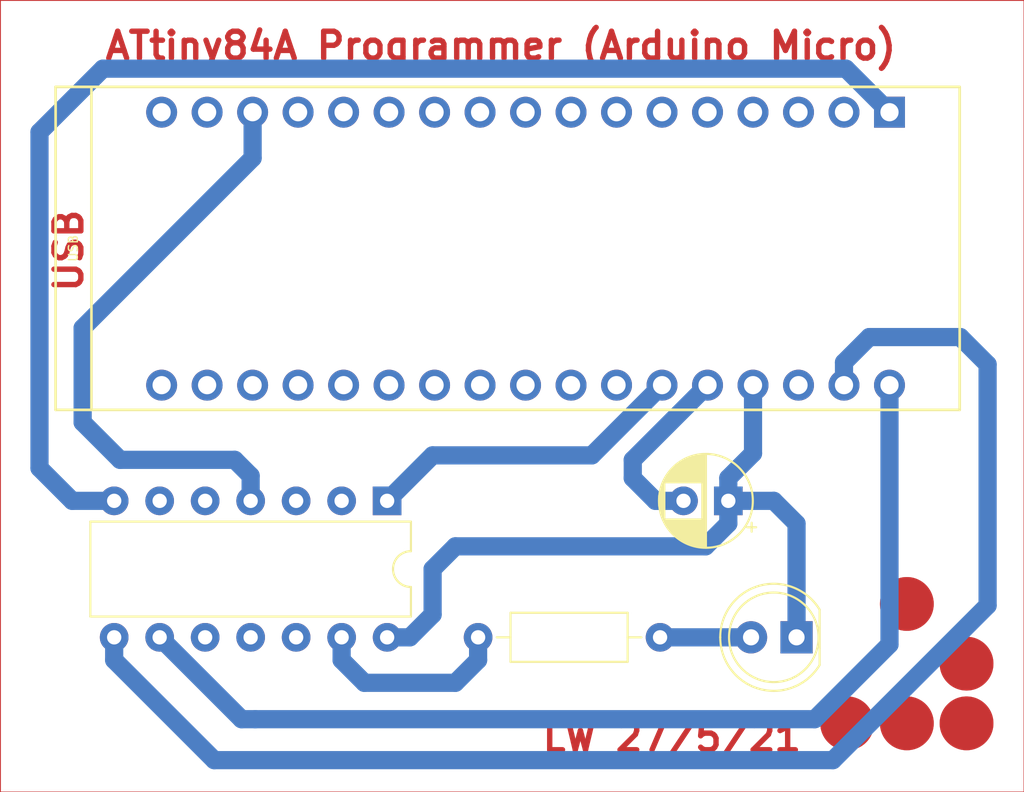
<source format=kicad_pcb>
(kicad_pcb (version 20171130) (host pcbnew "(5.1.9-0-10_14)")

  (general
    (thickness 1.6)
    (drawings 7)
    (tracks 53)
    (zones 0)
    (modules 6)
    (nets 42)
  )

  (page A4)
  (layers
    (0 F.Cu signal)
    (31 B.Cu signal)
    (32 B.Adhes user)
    (33 F.Adhes user)
    (34 B.Paste user)
    (35 F.Paste user)
    (36 B.SilkS user)
    (37 F.SilkS user)
    (38 B.Mask user)
    (39 F.Mask user)
    (40 Dwgs.User user)
    (41 Cmts.User user)
    (42 Eco1.User user)
    (43 Eco2.User user)
    (44 Edge.Cuts user)
    (45 Margin user)
    (46 B.CrtYd user)
    (47 F.CrtYd user)
    (48 B.Fab user)
    (49 F.Fab user)
  )

  (setup
    (last_trace_width 1.016)
    (user_trace_width 0.2032)
    (user_trace_width 0.254)
    (user_trace_width 0.3048)
    (user_trace_width 0.4572)
    (user_trace_width 0.6096)
    (user_trace_width 0.762)
    (user_trace_width 1.016)
    (trace_clearance 0.2)
    (zone_clearance 0.508)
    (zone_45_only no)
    (trace_min 0.2)
    (via_size 0.8)
    (via_drill 0.4)
    (via_min_size 0.4)
    (via_min_drill 0.3)
    (uvia_size 0.3)
    (uvia_drill 0.1)
    (uvias_allowed no)
    (uvia_min_size 0.2)
    (uvia_min_drill 0.1)
    (edge_width 0.05)
    (segment_width 0.2)
    (pcb_text_width 0.3)
    (pcb_text_size 1.5 1.5)
    (mod_edge_width 0.12)
    (mod_text_size 1 1)
    (mod_text_width 0.15)
    (pad_size 1.524 1.524)
    (pad_drill 0.762)
    (pad_to_mask_clearance 0)
    (aux_axis_origin 0 0)
    (visible_elements FFFFFF7F)
    (pcbplotparams
      (layerselection 0x00000_fffffffe)
      (usegerberextensions false)
      (usegerberattributes false)
      (usegerberadvancedattributes true)
      (creategerberjobfile false)
      (excludeedgelayer true)
      (linewidth 0.100000)
      (plotframeref false)
      (viasonmask false)
      (mode 1)
      (useauxorigin false)
      (hpglpennumber 1)
      (hpglpenspeed 20)
      (hpglpendiameter 15.000000)
      (psnegative false)
      (psa4output false)
      (plotreference true)
      (plotvalue true)
      (plotinvisibletext false)
      (padsonsilk false)
      (subtractmaskfromsilk false)
      (outputformat 1)
      (mirror false)
      (drillshape 0)
      (scaleselection 1)
      (outputdirectory "./"))
  )

  (net 0 "")
  (net 1 "Net-(XA1-PadRST2)")
  (net 2 "Net-(XA1-PadA0)")
  (net 3 "Net-(XA1-PadVIN)")
  (net 4 "Net-(XA1-PadGND2)")
  (net 5 "Net-(XA1-Pad3V3)")
  (net 6 "Net-(XA1-PadSS)")
  (net 7 "Net-(XA1-PadD0)")
  (net 8 "Net-(XA1-PadD1)")
  (net 9 "Net-(XA1-PadD2)")
  (net 10 "Net-(XA1-PadD3)")
  (net 11 "Net-(XA1-PadD4)")
  (net 12 "Net-(XA1-PadD5)")
  (net 13 "Net-(XA1-PadD6)")
  (net 14 "Net-(XA1-PadD7)")
  (net 15 "Net-(XA1-PadD8)")
  (net 16 "Net-(XA1-PadD9)")
  (net 17 "Net-(XA1-PadAREF)")
  (net 18 "Net-(XA1-PadD13)")
  (net 19 "Net-(XA1-PadD12)")
  (net 20 "Net-(XA1-PadD11)")
  (net 21 "Net-(XA1-PadA1)")
  (net 22 "Net-(XA1-PadA2)")
  (net 23 "Net-(XA1-PadA3)")
  (net 24 "Net-(XA1-PadA4)")
  (net 25 "Net-(XA1-PadA5)")
  (net 26 GND)
  (net 27 "Net-(C1-Pad2)")
  (net 28 "Net-(D1-Pad2)")
  (net 29 "Net-(R1-Pad1)")
  (net 30 +5V)
  (net 31 "Net-(U1-Pad8)")
  (net 32 "Net-(U1-Pad2)")
  (net 33 "Net-(U1-Pad9)")
  (net 34 "Net-(U1-Pad3)")
  (net 35 "Net-(U1-Pad10)")
  (net 36 "Net-(U1-Pad4)")
  (net 37 "Net-(U1-Pad11)")
  (net 38 "Net-(U1-Pad5)")
  (net 39 "Net-(U1-Pad12)")
  (net 40 "Net-(U1-Pad6)")
  (net 41 "Net-(U1-Pad7)")

  (net_class Default "This is the default net class."
    (clearance 0.2)
    (trace_width 0.25)
    (via_dia 0.8)
    (via_drill 0.4)
    (uvia_dia 0.3)
    (uvia_drill 0.1)
    (add_net +5V)
    (add_net GND)
    (add_net "Net-(C1-Pad2)")
    (add_net "Net-(D1-Pad2)")
    (add_net "Net-(R1-Pad1)")
    (add_net "Net-(U1-Pad10)")
    (add_net "Net-(U1-Pad11)")
    (add_net "Net-(U1-Pad12)")
    (add_net "Net-(U1-Pad2)")
    (add_net "Net-(U1-Pad3)")
    (add_net "Net-(U1-Pad4)")
    (add_net "Net-(U1-Pad5)")
    (add_net "Net-(U1-Pad6)")
    (add_net "Net-(U1-Pad7)")
    (add_net "Net-(U1-Pad8)")
    (add_net "Net-(U1-Pad9)")
    (add_net "Net-(XA1-Pad3V3)")
    (add_net "Net-(XA1-PadA0)")
    (add_net "Net-(XA1-PadA1)")
    (add_net "Net-(XA1-PadA2)")
    (add_net "Net-(XA1-PadA3)")
    (add_net "Net-(XA1-PadA4)")
    (add_net "Net-(XA1-PadA5)")
    (add_net "Net-(XA1-PadAREF)")
    (add_net "Net-(XA1-PadD0)")
    (add_net "Net-(XA1-PadD1)")
    (add_net "Net-(XA1-PadD11)")
    (add_net "Net-(XA1-PadD12)")
    (add_net "Net-(XA1-PadD13)")
    (add_net "Net-(XA1-PadD2)")
    (add_net "Net-(XA1-PadD3)")
    (add_net "Net-(XA1-PadD4)")
    (add_net "Net-(XA1-PadD5)")
    (add_net "Net-(XA1-PadD6)")
    (add_net "Net-(XA1-PadD7)")
    (add_net "Net-(XA1-PadD8)")
    (add_net "Net-(XA1-PadD9)")
    (add_net "Net-(XA1-PadGND2)")
    (add_net "Net-(XA1-PadRST2)")
    (add_net "Net-(XA1-PadSS)")
    (add_net "Net-(XA1-PadVIN)")
  )

  (module Capacitor_THT:CP_Radial_D5.0mm_P2.50mm (layer F.Cu) (tedit 5AE50EF0) (tstamp 60AF7C26)
    (at 124.46 99.06 180)
    (descr "CP, Radial series, Radial, pin pitch=2.50mm, , diameter=5mm, Electrolytic Capacitor")
    (tags "CP Radial series Radial pin pitch 2.50mm  diameter 5mm Electrolytic Capacitor")
    (path /60AF93AE)
    (fp_text reference C1 (at 0.75 -3.25) (layer F.SilkS) hide
      (effects (font (size 1 1) (thickness 0.15)))
    )
    (fp_text value 10uF (at 5.08 0) (layer F.Fab)
      (effects (font (size 1 1) (thickness 0.15)))
    )
    (fp_text user %R (at 1.27 1.27) (layer F.Fab)
      (effects (font (size 0.8 0.8) (thickness 0.12)))
    )
    (fp_circle (center 1.25 0) (end 3.75 0) (layer F.Fab) (width 0.1))
    (fp_circle (center 1.25 0) (end 3.87 0) (layer F.SilkS) (width 0.12))
    (fp_circle (center 1.25 0) (end 4 0) (layer F.CrtYd) (width 0.05))
    (fp_line (start -0.883605 -1.0875) (end -0.383605 -1.0875) (layer F.Fab) (width 0.1))
    (fp_line (start -0.633605 -1.3375) (end -0.633605 -0.8375) (layer F.Fab) (width 0.1))
    (fp_line (start 1.25 -2.58) (end 1.25 2.58) (layer F.SilkS) (width 0.12))
    (fp_line (start 1.29 -2.58) (end 1.29 2.58) (layer F.SilkS) (width 0.12))
    (fp_line (start 1.33 -2.579) (end 1.33 2.579) (layer F.SilkS) (width 0.12))
    (fp_line (start 1.37 -2.578) (end 1.37 2.578) (layer F.SilkS) (width 0.12))
    (fp_line (start 1.41 -2.576) (end 1.41 2.576) (layer F.SilkS) (width 0.12))
    (fp_line (start 1.45 -2.573) (end 1.45 2.573) (layer F.SilkS) (width 0.12))
    (fp_line (start 1.49 -2.569) (end 1.49 -1.04) (layer F.SilkS) (width 0.12))
    (fp_line (start 1.49 1.04) (end 1.49 2.569) (layer F.SilkS) (width 0.12))
    (fp_line (start 1.53 -2.565) (end 1.53 -1.04) (layer F.SilkS) (width 0.12))
    (fp_line (start 1.53 1.04) (end 1.53 2.565) (layer F.SilkS) (width 0.12))
    (fp_line (start 1.57 -2.561) (end 1.57 -1.04) (layer F.SilkS) (width 0.12))
    (fp_line (start 1.57 1.04) (end 1.57 2.561) (layer F.SilkS) (width 0.12))
    (fp_line (start 1.61 -2.556) (end 1.61 -1.04) (layer F.SilkS) (width 0.12))
    (fp_line (start 1.61 1.04) (end 1.61 2.556) (layer F.SilkS) (width 0.12))
    (fp_line (start 1.65 -2.55) (end 1.65 -1.04) (layer F.SilkS) (width 0.12))
    (fp_line (start 1.65 1.04) (end 1.65 2.55) (layer F.SilkS) (width 0.12))
    (fp_line (start 1.69 -2.543) (end 1.69 -1.04) (layer F.SilkS) (width 0.12))
    (fp_line (start 1.69 1.04) (end 1.69 2.543) (layer F.SilkS) (width 0.12))
    (fp_line (start 1.73 -2.536) (end 1.73 -1.04) (layer F.SilkS) (width 0.12))
    (fp_line (start 1.73 1.04) (end 1.73 2.536) (layer F.SilkS) (width 0.12))
    (fp_line (start 1.77 -2.528) (end 1.77 -1.04) (layer F.SilkS) (width 0.12))
    (fp_line (start 1.77 1.04) (end 1.77 2.528) (layer F.SilkS) (width 0.12))
    (fp_line (start 1.81 -2.52) (end 1.81 -1.04) (layer F.SilkS) (width 0.12))
    (fp_line (start 1.81 1.04) (end 1.81 2.52) (layer F.SilkS) (width 0.12))
    (fp_line (start 1.85 -2.511) (end 1.85 -1.04) (layer F.SilkS) (width 0.12))
    (fp_line (start 1.85 1.04) (end 1.85 2.511) (layer F.SilkS) (width 0.12))
    (fp_line (start 1.89 -2.501) (end 1.89 -1.04) (layer F.SilkS) (width 0.12))
    (fp_line (start 1.89 1.04) (end 1.89 2.501) (layer F.SilkS) (width 0.12))
    (fp_line (start 1.93 -2.491) (end 1.93 -1.04) (layer F.SilkS) (width 0.12))
    (fp_line (start 1.93 1.04) (end 1.93 2.491) (layer F.SilkS) (width 0.12))
    (fp_line (start 1.971 -2.48) (end 1.971 -1.04) (layer F.SilkS) (width 0.12))
    (fp_line (start 1.971 1.04) (end 1.971 2.48) (layer F.SilkS) (width 0.12))
    (fp_line (start 2.011 -2.468) (end 2.011 -1.04) (layer F.SilkS) (width 0.12))
    (fp_line (start 2.011 1.04) (end 2.011 2.468) (layer F.SilkS) (width 0.12))
    (fp_line (start 2.051 -2.455) (end 2.051 -1.04) (layer F.SilkS) (width 0.12))
    (fp_line (start 2.051 1.04) (end 2.051 2.455) (layer F.SilkS) (width 0.12))
    (fp_line (start 2.091 -2.442) (end 2.091 -1.04) (layer F.SilkS) (width 0.12))
    (fp_line (start 2.091 1.04) (end 2.091 2.442) (layer F.SilkS) (width 0.12))
    (fp_line (start 2.131 -2.428) (end 2.131 -1.04) (layer F.SilkS) (width 0.12))
    (fp_line (start 2.131 1.04) (end 2.131 2.428) (layer F.SilkS) (width 0.12))
    (fp_line (start 2.171 -2.414) (end 2.171 -1.04) (layer F.SilkS) (width 0.12))
    (fp_line (start 2.171 1.04) (end 2.171 2.414) (layer F.SilkS) (width 0.12))
    (fp_line (start 2.211 -2.398) (end 2.211 -1.04) (layer F.SilkS) (width 0.12))
    (fp_line (start 2.211 1.04) (end 2.211 2.398) (layer F.SilkS) (width 0.12))
    (fp_line (start 2.251 -2.382) (end 2.251 -1.04) (layer F.SilkS) (width 0.12))
    (fp_line (start 2.251 1.04) (end 2.251 2.382) (layer F.SilkS) (width 0.12))
    (fp_line (start 2.291 -2.365) (end 2.291 -1.04) (layer F.SilkS) (width 0.12))
    (fp_line (start 2.291 1.04) (end 2.291 2.365) (layer F.SilkS) (width 0.12))
    (fp_line (start 2.331 -2.348) (end 2.331 -1.04) (layer F.SilkS) (width 0.12))
    (fp_line (start 2.331 1.04) (end 2.331 2.348) (layer F.SilkS) (width 0.12))
    (fp_line (start 2.371 -2.329) (end 2.371 -1.04) (layer F.SilkS) (width 0.12))
    (fp_line (start 2.371 1.04) (end 2.371 2.329) (layer F.SilkS) (width 0.12))
    (fp_line (start 2.411 -2.31) (end 2.411 -1.04) (layer F.SilkS) (width 0.12))
    (fp_line (start 2.411 1.04) (end 2.411 2.31) (layer F.SilkS) (width 0.12))
    (fp_line (start 2.451 -2.29) (end 2.451 -1.04) (layer F.SilkS) (width 0.12))
    (fp_line (start 2.451 1.04) (end 2.451 2.29) (layer F.SilkS) (width 0.12))
    (fp_line (start 2.491 -2.268) (end 2.491 -1.04) (layer F.SilkS) (width 0.12))
    (fp_line (start 2.491 1.04) (end 2.491 2.268) (layer F.SilkS) (width 0.12))
    (fp_line (start 2.531 -2.247) (end 2.531 -1.04) (layer F.SilkS) (width 0.12))
    (fp_line (start 2.531 1.04) (end 2.531 2.247) (layer F.SilkS) (width 0.12))
    (fp_line (start 2.571 -2.224) (end 2.571 -1.04) (layer F.SilkS) (width 0.12))
    (fp_line (start 2.571 1.04) (end 2.571 2.224) (layer F.SilkS) (width 0.12))
    (fp_line (start 2.611 -2.2) (end 2.611 -1.04) (layer F.SilkS) (width 0.12))
    (fp_line (start 2.611 1.04) (end 2.611 2.2) (layer F.SilkS) (width 0.12))
    (fp_line (start 2.651 -2.175) (end 2.651 -1.04) (layer F.SilkS) (width 0.12))
    (fp_line (start 2.651 1.04) (end 2.651 2.175) (layer F.SilkS) (width 0.12))
    (fp_line (start 2.691 -2.149) (end 2.691 -1.04) (layer F.SilkS) (width 0.12))
    (fp_line (start 2.691 1.04) (end 2.691 2.149) (layer F.SilkS) (width 0.12))
    (fp_line (start 2.731 -2.122) (end 2.731 -1.04) (layer F.SilkS) (width 0.12))
    (fp_line (start 2.731 1.04) (end 2.731 2.122) (layer F.SilkS) (width 0.12))
    (fp_line (start 2.771 -2.095) (end 2.771 -1.04) (layer F.SilkS) (width 0.12))
    (fp_line (start 2.771 1.04) (end 2.771 2.095) (layer F.SilkS) (width 0.12))
    (fp_line (start 2.811 -2.065) (end 2.811 -1.04) (layer F.SilkS) (width 0.12))
    (fp_line (start 2.811 1.04) (end 2.811 2.065) (layer F.SilkS) (width 0.12))
    (fp_line (start 2.851 -2.035) (end 2.851 -1.04) (layer F.SilkS) (width 0.12))
    (fp_line (start 2.851 1.04) (end 2.851 2.035) (layer F.SilkS) (width 0.12))
    (fp_line (start 2.891 -2.004) (end 2.891 -1.04) (layer F.SilkS) (width 0.12))
    (fp_line (start 2.891 1.04) (end 2.891 2.004) (layer F.SilkS) (width 0.12))
    (fp_line (start 2.931 -1.971) (end 2.931 -1.04) (layer F.SilkS) (width 0.12))
    (fp_line (start 2.931 1.04) (end 2.931 1.971) (layer F.SilkS) (width 0.12))
    (fp_line (start 2.971 -1.937) (end 2.971 -1.04) (layer F.SilkS) (width 0.12))
    (fp_line (start 2.971 1.04) (end 2.971 1.937) (layer F.SilkS) (width 0.12))
    (fp_line (start 3.011 -1.901) (end 3.011 -1.04) (layer F.SilkS) (width 0.12))
    (fp_line (start 3.011 1.04) (end 3.011 1.901) (layer F.SilkS) (width 0.12))
    (fp_line (start 3.051 -1.864) (end 3.051 -1.04) (layer F.SilkS) (width 0.12))
    (fp_line (start 3.051 1.04) (end 3.051 1.864) (layer F.SilkS) (width 0.12))
    (fp_line (start 3.091 -1.826) (end 3.091 -1.04) (layer F.SilkS) (width 0.12))
    (fp_line (start 3.091 1.04) (end 3.091 1.826) (layer F.SilkS) (width 0.12))
    (fp_line (start 3.131 -1.785) (end 3.131 -1.04) (layer F.SilkS) (width 0.12))
    (fp_line (start 3.131 1.04) (end 3.131 1.785) (layer F.SilkS) (width 0.12))
    (fp_line (start 3.171 -1.743) (end 3.171 -1.04) (layer F.SilkS) (width 0.12))
    (fp_line (start 3.171 1.04) (end 3.171 1.743) (layer F.SilkS) (width 0.12))
    (fp_line (start 3.211 -1.699) (end 3.211 -1.04) (layer F.SilkS) (width 0.12))
    (fp_line (start 3.211 1.04) (end 3.211 1.699) (layer F.SilkS) (width 0.12))
    (fp_line (start 3.251 -1.653) (end 3.251 -1.04) (layer F.SilkS) (width 0.12))
    (fp_line (start 3.251 1.04) (end 3.251 1.653) (layer F.SilkS) (width 0.12))
    (fp_line (start 3.291 -1.605) (end 3.291 -1.04) (layer F.SilkS) (width 0.12))
    (fp_line (start 3.291 1.04) (end 3.291 1.605) (layer F.SilkS) (width 0.12))
    (fp_line (start 3.331 -1.554) (end 3.331 -1.04) (layer F.SilkS) (width 0.12))
    (fp_line (start 3.331 1.04) (end 3.331 1.554) (layer F.SilkS) (width 0.12))
    (fp_line (start 3.371 -1.5) (end 3.371 -1.04) (layer F.SilkS) (width 0.12))
    (fp_line (start 3.371 1.04) (end 3.371 1.5) (layer F.SilkS) (width 0.12))
    (fp_line (start 3.411 -1.443) (end 3.411 -1.04) (layer F.SilkS) (width 0.12))
    (fp_line (start 3.411 1.04) (end 3.411 1.443) (layer F.SilkS) (width 0.12))
    (fp_line (start 3.451 -1.383) (end 3.451 -1.04) (layer F.SilkS) (width 0.12))
    (fp_line (start 3.451 1.04) (end 3.451 1.383) (layer F.SilkS) (width 0.12))
    (fp_line (start 3.491 -1.319) (end 3.491 -1.04) (layer F.SilkS) (width 0.12))
    (fp_line (start 3.491 1.04) (end 3.491 1.319) (layer F.SilkS) (width 0.12))
    (fp_line (start 3.531 -1.251) (end 3.531 -1.04) (layer F.SilkS) (width 0.12))
    (fp_line (start 3.531 1.04) (end 3.531 1.251) (layer F.SilkS) (width 0.12))
    (fp_line (start 3.571 -1.178) (end 3.571 1.178) (layer F.SilkS) (width 0.12))
    (fp_line (start 3.611 -1.098) (end 3.611 1.098) (layer F.SilkS) (width 0.12))
    (fp_line (start 3.651 -1.011) (end 3.651 1.011) (layer F.SilkS) (width 0.12))
    (fp_line (start 3.691 -0.915) (end 3.691 0.915) (layer F.SilkS) (width 0.12))
    (fp_line (start 3.731 -0.805) (end 3.731 0.805) (layer F.SilkS) (width 0.12))
    (fp_line (start 3.771 -0.677) (end 3.771 0.677) (layer F.SilkS) (width 0.12))
    (fp_line (start 3.811 -0.518) (end 3.811 0.518) (layer F.SilkS) (width 0.12))
    (fp_line (start 3.851 -0.284) (end 3.851 0.284) (layer F.SilkS) (width 0.12))
    (fp_line (start -1.554775 -1.475) (end -1.054775 -1.475) (layer F.SilkS) (width 0.12))
    (fp_line (start -1.304775 -1.725) (end -1.304775 -1.225) (layer F.SilkS) (width 0.12))
    (pad 2 thru_hole circle (at 2.5 0 180) (size 1.6 1.6) (drill 0.8) (layers *.Cu *.Mask)
      (net 27 "Net-(C1-Pad2)"))
    (pad 1 thru_hole rect (at 0 0 180) (size 1.6 1.6) (drill 0.8) (layers *.Cu *.Mask)
      (net 26 GND))
    (model ${KISYS3DMOD}/Capacitor_THT.3dshapes/CP_Radial_D5.0mm_P2.50mm.wrl
      (at (xyz 0 0 0))
      (scale (xyz 1 1 1))
      (rotate (xyz 0 0 0))
    )
  )

  (module glider:10mmGlider (layer F.Cu) (tedit 60AFBD61) (tstamp 60B054B1)
    (at 134.43 108.15)
    (fp_text reference G*** (at 0 0) (layer F.SilkS) hide
      (effects (font (size 1.524 1.524) (thickness 0.3)))
    )
    (fp_text value LOGO (at 0.75 0) (layer F.SilkS) hide
      (effects (font (size 1.524 1.524) (thickness 0.3)))
    )
    (fp_poly (pts (xy 0.089981 -4.830912) (xy 0.160802 -4.825056) (xy 0.18288 -4.822548) (xy 0.25224 -4.812456)
      (xy 0.321097 -4.799046) (xy 0.389314 -4.782367) (xy 0.456752 -4.762468) (xy 0.523273 -4.739398)
      (xy 0.58874 -4.713206) (xy 0.653013 -4.68394) (xy 0.715956 -4.651651) (xy 0.777429 -4.616386)
      (xy 0.795471 -4.605292) (xy 0.853433 -4.567109) (xy 0.909734 -4.52605) (xy 0.964215 -4.482272)
      (xy 1.016719 -4.435931) (xy 1.067089 -4.387187) (xy 1.115167 -4.336195) (xy 1.160796 -4.283113)
      (xy 1.203818 -4.2281) (xy 1.244076 -4.171311) (xy 1.271118 -4.129644) (xy 1.300914 -4.079733)
      (xy 1.329202 -4.027927) (xy 1.355588 -3.975014) (xy 1.379681 -3.921786) (xy 1.40109 -3.869031)
      (xy 1.402876 -3.864321) (xy 1.426355 -3.797275) (xy 1.446577 -3.729404) (xy 1.463539 -3.660828)
      (xy 1.477236 -3.591665) (xy 1.487665 -3.522035) (xy 1.494821 -3.452057) (xy 1.498701 -3.381849)
      (xy 1.499301 -3.31153) (xy 1.496616 -3.241221) (xy 1.490643 -3.171039) (xy 1.481378 -3.101103)
      (xy 1.468816 -3.031534) (xy 1.452955 -2.962448) (xy 1.435057 -2.89814) (xy 1.413014 -2.831063)
      (xy 1.387839 -2.765207) (xy 1.3596 -2.70068) (xy 1.328364 -2.63759) (xy 1.294197 -2.576043)
      (xy 1.257167 -2.516147) (xy 1.217341 -2.458008) (xy 1.174785 -2.401734) (xy 1.129567 -2.347431)
      (xy 1.081752 -2.295208) (xy 1.031409 -2.245171) (xy 1.021338 -2.23571) (xy 0.968236 -2.188571)
      (xy 0.913144 -2.144129) (xy 0.85617 -2.102435) (xy 0.797424 -2.063542) (xy 0.737011 -2.027501)
      (xy 0.675042 -1.994365) (xy 0.611623 -1.964185) (xy 0.546862 -1.937014) (xy 0.480869 -1.912903)
      (xy 0.41375 -1.891906) (xy 0.345614 -1.874073) (xy 0.27657 -1.859456) (xy 0.22098 -1.850148)
      (xy 0.202283 -1.84755) (xy 0.181295 -1.844922) (xy 0.159106 -1.842387) (xy 0.136808 -1.840067)
      (xy 0.115493 -1.838083) (xy 0.104987 -1.837211) (xy 0.096313 -1.836678) (xy 0.084781 -1.836197)
      (xy 0.070919 -1.835772) (xy 0.055255 -1.83541) (xy 0.038316 -1.835114) (xy 0.020631 -1.834889)
      (xy 0.002728 -1.83474) (xy -0.014866 -1.834671) (xy -0.031622 -1.834688) (xy -0.047012 -1.834794)
      (xy -0.060508 -1.834995) (xy -0.071583 -1.835295) (xy -0.077893 -1.835583) (xy -0.146046 -1.840899)
      (xy -0.212386 -1.848836) (xy -0.277342 -1.859479) (xy -0.341341 -1.872909) (xy -0.404814 -1.88921)
      (xy -0.46819 -1.908466) (xy -0.488527 -1.915268) (xy -0.554394 -1.939565) (xy -0.619004 -1.966981)
      (xy -0.682251 -1.997449) (xy -0.744029 -2.030902) (xy -0.804229 -2.067274) (xy -0.862747 -2.106497)
      (xy -0.919474 -2.148506) (xy -0.974305 -2.193232) (xy -1.027133 -2.24061) (xy -1.060862 -2.273312)
      (xy -1.110105 -2.324921) (xy -1.156647 -2.378525) (xy -1.200444 -2.43403) (xy -1.24145 -2.49134)
      (xy -1.279622 -2.550359) (xy -1.314913 -2.610992) (xy -1.34728 -2.673143) (xy -1.376677 -2.736717)
      (xy -1.40306 -2.801618) (xy -1.426384 -2.867751) (xy -1.446605 -2.93502) (xy -1.463677 -3.003329)
      (xy -1.477556 -3.072583) (xy -1.488197 -3.142687) (xy -1.494294 -3.198707) (xy -1.49812 -3.25368)
      (xy -1.49992 -3.310294) (xy -1.499704 -3.367555) (xy -1.497483 -3.424469) (xy -1.493268 -3.480043)
      (xy -1.490916 -3.50266) (xy -1.481282 -3.573049) (xy -1.468367 -3.642683) (xy -1.452215 -3.711459)
      (xy -1.432867 -3.779277) (xy -1.410366 -3.846034) (xy -1.384755 -3.911629) (xy -1.356076 -3.975959)
      (xy -1.324372 -4.038924) (xy -1.289685 -4.100421) (xy -1.252058 -4.160348) (xy -1.211533 -4.218605)
      (xy -1.168152 -4.275088) (xy -1.168114 -4.275135) (xy -1.133997 -4.315755) (xy -1.09723 -4.356376)
      (xy -1.058478 -4.396325) (xy -1.018411 -4.434929) (xy -0.977695 -4.471515) (xy -0.950581 -4.494403)
      (xy -0.895022 -4.537893) (xy -0.837689 -4.578537) (xy -0.778692 -4.616302) (xy -0.718141 -4.651156)
      (xy -0.656144 -4.68307) (xy -0.59281 -4.712009) (xy -0.52825 -4.737944) (xy -0.462572 -4.760842)
      (xy -0.395885 -4.780672) (xy -0.328299 -4.797402) (xy -0.259924 -4.811) (xy -0.190867 -4.821435)
      (xy -0.121239 -4.828676) (xy -0.051149 -4.832689) (xy 0.019294 -4.833445) (xy 0.089981 -4.830912)) (layer F.Cu) (width 0.01))
    (fp_poly (pts (xy 3.410048 -1.498356) (xy 3.467947 -1.494294) (xy 3.538726 -1.486246) (xy 3.608659 -1.474943)
      (xy 3.67766 -1.460431) (xy 3.745642 -1.442755) (xy 3.81252 -1.42196) (xy 3.878207 -1.398092)
      (xy 3.942616 -1.371197) (xy 4.005662 -1.34132) (xy 4.067259 -1.308505) (xy 4.12732 -1.2728)
      (xy 4.185759 -1.234248) (xy 4.24249 -1.192897) (xy 4.297427 -1.14879) (xy 4.350483 -1.101974)
      (xy 4.401573 -1.052493) (xy 4.45061 -1.000394) (xy 4.489159 -0.955834) (xy 4.532595 -0.90104)
      (xy 4.573288 -0.844322) (xy 4.611196 -0.785802) (xy 4.646272 -0.725603) (xy 4.678475 -0.663847)
      (xy 4.707759 -0.600657) (xy 4.73408 -0.536156) (xy 4.757395 -0.470465) (xy 4.777658 -0.403708)
      (xy 4.794827 -0.336007) (xy 4.808857 -0.267485) (xy 4.819703 -0.198265) (xy 4.827322 -0.128468)
      (xy 4.83167 -0.058217) (xy 4.832763 -0.000847) (xy 4.831079 0.070549) (xy 4.826071 0.141467)
      (xy 4.817769 0.211811) (xy 4.806203 0.28148) (xy 4.791402 0.350379) (xy 4.773396 0.418407)
      (xy 4.752215 0.485468) (xy 4.727888 0.551463) (xy 4.700445 0.616294) (xy 4.669916 0.679863)
      (xy 4.63633 0.742071) (xy 4.599716 0.802821) (xy 4.58195 0.830122) (xy 4.545742 0.882136)
      (xy 4.507574 0.932347) (xy 4.466857 0.981519) (xy 4.448957 1.001929) (xy 4.441741 1.009808)
      (xy 4.432522 1.019539) (xy 4.421726 1.030699) (xy 4.409782 1.042861) (xy 4.397116 1.0556)
      (xy 4.384158 1.068492) (xy 4.371334 1.081111) (xy 4.359071 1.093032) (xy 4.347799 1.103829)
      (xy 4.337944 1.113079) (xy 4.329934 1.120355) (xy 4.329007 1.121172) (xy 4.27293 1.168211)
      (xy 4.215481 1.212153) (xy 4.156653 1.253004) (xy 4.096443 1.290764) (xy 4.034845 1.325436)
      (xy 3.971854 1.357023) (xy 3.907465 1.385528) (xy 3.841674 1.410952) (xy 3.774477 1.4333)
      (xy 3.705867 1.452572) (xy 3.69824 1.454503) (xy 3.643166 1.467255) (xy 3.588568 1.477754)
      (xy 3.533728 1.486099) (xy 3.477926 1.492391) (xy 3.420443 1.49673) (xy 3.381099 1.498577)
      (xy 3.367038 1.499082) (xy 3.355481 1.499469) (xy 3.345738 1.499737) (xy 3.337121 1.499885)
      (xy 3.32894 1.499914) (xy 3.320508 1.499824) (xy 3.311134 1.499613) (xy 3.30013 1.499281)
      (xy 3.286808 1.498829) (xy 3.278293 1.498531) (xy 3.207418 1.494355) (xy 3.137064 1.486847)
      (xy 3.067312 1.47603) (xy 2.998243 1.46193) (xy 2.929936 1.444572) (xy 2.862473 1.423979)
      (xy 2.795932 1.400177) (xy 2.730396 1.373192) (xy 2.665944 1.343046) (xy 2.602656 1.309766)
      (xy 2.540613 1.273377) (xy 2.53278 1.268505) (xy 2.477802 1.232197) (xy 2.423911 1.192849)
      (xy 2.371373 1.150703) (xy 2.320453 1.106004) (xy 2.271415 1.058996) (xy 2.224524 1.009923)
      (xy 2.180045 0.959028) (xy 2.138244 0.906556) (xy 2.134573 0.9017) (xy 2.093483 0.844319)
      (xy 2.055062 0.78498) (xy 2.019432 0.723901) (xy 1.986713 0.661302) (xy 1.957025 0.5974)
      (xy 1.930489 0.532413) (xy 1.929782 0.530552) (xy 1.906393 0.464112) (xy 1.886229 0.396756)
      (xy 1.869295 0.328613) (xy 1.855596 0.259812) (xy 1.845135 0.190483) (xy 1.837917 0.120754)
      (xy 1.833946 0.050756) (xy 1.833227 -0.019383) (xy 1.835763 -0.089534) (xy 1.84156 -0.159567)
      (xy 1.850621 -0.229353) (xy 1.862951 -0.298762) (xy 1.878554 -0.367666) (xy 1.897435 -0.435936)
      (xy 1.897464 -0.436033) (xy 1.919631 -0.503579) (xy 1.944862 -0.569684) (xy 1.973152 -0.63434)
      (xy 2.004495 -0.697536) (xy 2.038885 -0.759262) (xy 2.076318 -0.819508) (xy 2.116787 -0.878264)
      (xy 2.160287 -0.93552) (xy 2.206812 -0.991266) (xy 2.211319 -0.996405) (xy 2.220589 -1.006654)
      (xy 2.231875 -1.018692) (xy 2.244717 -1.032059) (xy 2.258653 -1.046296) (xy 2.273221 -1.060942)
      (xy 2.287959 -1.075538) (xy 2.302404 -1.089624) (xy 2.316096 -1.102741) (xy 2.328572 -1.114428)
      (xy 2.339371 -1.124225) (xy 2.342412 -1.126899) (xy 2.398394 -1.173489) (xy 2.455865 -1.217042)
      (xy 2.514817 -1.257553) (xy 2.575241 -1.295018) (xy 2.637131 -1.329433) (xy 2.700478 -1.360793)
      (xy 2.765273 -1.389094) (xy 2.83151 -1.414332) (xy 2.899179 -1.436502) (xy 2.923801 -1.443707)
      (xy 2.991329 -1.461109) (xy 3.05989 -1.47535) (xy 3.129252 -1.486406) (xy 3.199182 -1.494256)
      (xy 3.269447 -1.498879) (xy 3.339813 -1.500253) (xy 3.410048 -1.498356)) (layer F.Cu) (width 0.01))
    (fp_poly (pts (xy 3.401212 1.834595) (xy 3.470541 1.839348) (xy 3.539623 1.8473) (xy 3.608342 1.858448)
      (xy 3.676579 1.87279) (xy 3.744217 1.890325) (xy 3.811139 1.911052) (xy 3.877226 1.934967)
      (xy 3.942361 1.962069) (xy 3.988647 1.983575) (xy 4.051318 2.015878) (xy 4.112219 2.051024)
      (xy 4.171264 2.088923) (xy 4.22837 2.129482) (xy 4.28345 2.172607) (xy 4.336421 2.218205)
      (xy 4.387196 2.266185) (xy 4.435692 2.316454) (xy 4.481824 2.368918) (xy 4.525506 2.423485)
      (xy 4.566653 2.480063) (xy 4.605181 2.538558) (xy 4.641005 2.598878) (xy 4.674039 2.66093)
      (xy 4.7042 2.724621) (xy 4.731401 2.78986) (xy 4.734633 2.798233) (xy 4.758169 2.864478)
      (xy 4.77848 2.93162) (xy 4.795567 2.999529) (xy 4.809431 3.068074) (xy 4.820072 3.137124)
      (xy 4.827492 3.206548) (xy 4.831693 3.276215) (xy 4.832674 3.345993) (xy 4.830438 3.415753)
      (xy 4.824986 3.485362) (xy 4.816318 3.55469) (xy 4.804436 3.623606) (xy 4.78934 3.691978)
      (xy 4.771033 3.759677) (xy 4.749515 3.82657) (xy 4.725288 3.89128) (xy 4.717515 3.910426)
      (xy 4.710337 3.927575) (xy 4.703372 3.943565) (xy 4.696238 3.959235) (xy 4.688555 3.975424)
      (xy 4.679941 3.992973) (xy 4.671059 4.01066) (xy 4.637599 4.073032) (xy 4.601258 4.133681)
      (xy 4.562127 4.192499) (xy 4.520296 4.249379) (xy 4.475856 4.304212) (xy 4.428897 4.35689)
      (xy 4.37951 4.407305) (xy 4.327784 4.455349) (xy 4.273811 4.500914) (xy 4.235873 4.530426)
      (xy 4.195153 4.560179) (xy 4.155264 4.587487) (xy 4.115386 4.612864) (xy 4.074697 4.636821)
      (xy 4.032377 4.659871) (xy 4.01066 4.671059) (xy 3.970437 4.690791) (xy 3.931545 4.70854)
      (xy 3.892945 4.724744) (xy 3.853602 4.739841) (xy 3.821007 4.751379) (xy 3.756632 4.771895)
      (xy 3.69239 4.789326) (xy 3.627858 4.803753) (xy 3.562614 4.815258) (xy 3.496235 4.823922)
      (xy 3.4283 4.829826) (xy 3.407833 4.831057) (xy 3.39448 4.831621) (xy 3.378474 4.832038)
      (xy 3.360544 4.832309) (xy 3.341422 4.832434) (xy 3.321836 4.832414) (xy 3.302517 4.832251)
      (xy 3.284196 4.831944) (xy 3.267601 4.831495) (xy 3.253464 4.830905) (xy 3.252893 4.830875)
      (xy 3.182456 4.825441) (xy 3.112495 4.816696) (xy 3.043137 4.804687) (xy 2.974505 4.789462)
      (xy 2.906724 4.771069) (xy 2.839919 4.749554) (xy 2.774215 4.724965) (xy 2.709737 4.697351)
      (xy 2.646609 4.666757) (xy 2.584956 4.633233) (xy 2.524903 4.596825) (xy 2.466575 4.557581)
      (xy 2.410096 4.515548) (xy 2.396406 4.504711) (xy 2.341881 4.458885) (xy 2.289892 4.410869)
      (xy 2.24048 4.360761) (xy 2.193684 4.308662) (xy 2.149545 4.25467) (xy 2.108104 4.198883)
      (xy 2.069401 4.141403) (xy 2.033476 4.082326) (xy 2.00037 4.021754) (xy 1.970123 3.959784)
      (xy 1.942776 3.896515) (xy 1.918369 3.832048) (xy 1.896942 3.766481) (xy 1.878536 3.699914)
      (xy 1.863192 3.632444) (xy 1.850949 3.564173) (xy 1.841848 3.495198) (xy 1.835929 3.425618)
      (xy 1.833234 3.355534) (xy 1.833801 3.285044) (xy 1.837672 3.214247) (xy 1.844105 3.1496)
      (xy 1.854253 3.079774) (xy 1.867706 3.010633) (xy 1.88444 2.942245) (xy 1.904428 2.874684)
      (xy 1.927647 2.808018) (xy 1.95407 2.742318) (xy 1.983673 2.677656) (xy 2.01643 2.614102)
      (xy 2.052317 2.551727) (xy 2.063986 2.53278) (xy 2.100175 2.47796) (xy 2.139397 2.424255)
      (xy 2.18141 2.371904) (xy 2.225975 2.321147) (xy 2.272852 2.272225) (xy 2.3218 2.225377)
      (xy 2.372579 2.180844) (xy 2.424949 2.138866) (xy 2.478671 2.099682) (xy 2.53278 2.063986)
      (xy 2.563531 2.045293) (xy 2.595858 2.026656) (xy 2.628919 2.008525) (xy 2.661871 1.991353)
      (xy 2.693873 1.975593) (xy 2.720279 1.963383) (xy 2.785597 1.93605) (xy 2.851846 1.911934)
      (xy 2.918907 1.891033) (xy 2.986664 1.873346) (xy 3.054998 1.858869) (xy 3.123791 1.847603)
      (xy 3.192928 1.839544) (xy 3.262288 1.834691) (xy 3.331756 1.833042) (xy 3.401212 1.834595)) (layer F.Cu) (width 0.01))
    (fp_poly (pts (xy 0.089734 1.835731) (xy 0.160511 1.841566) (xy 0.18288 1.844105) (xy 0.25249 1.854228)
      (xy 0.3215 1.867667) (xy 0.389814 1.884386) (xy 0.457338 1.904352) (xy 0.523976 1.927531)
      (xy 0.589632 1.953889) (xy 0.654212 1.983393) (xy 0.717622 2.016008) (xy 0.779764 2.0517)
      (xy 0.7997 2.063975) (xy 0.85493 2.100461) (xy 0.908979 2.139966) (xy 0.961617 2.182258)
      (xy 1.01261 2.227105) (xy 1.061726 2.274276) (xy 1.108735 2.323537) (xy 1.153403 2.374659)
      (xy 1.1955 2.427407) (xy 1.234792 2.481551) (xy 1.268505 2.53278) (xy 1.3014 2.587861)
      (xy 1.332179 2.644552) (xy 1.360522 2.702215) (xy 1.386112 2.76021) (xy 1.40258 2.80162)
      (xy 1.425974 2.868083) (xy 1.446154 2.9355) (xy 1.463111 3.003735) (xy 1.476839 3.072653)
      (xy 1.487328 3.142119) (xy 1.494571 3.211997) (xy 1.49856 3.282153) (xy 1.499288 3.352449)
      (xy 1.496746 3.422753) (xy 1.490927 3.492927) (xy 1.481823 3.562837) (xy 1.469426 3.632347)
      (xy 1.454503 3.69824) (xy 1.435568 3.767005) (xy 1.413559 3.834358) (xy 1.388473 3.900303)
      (xy 1.360306 3.964846) (xy 1.329058 4.02799) (xy 1.294725 4.089741) (xy 1.257305 4.150104)
      (xy 1.216794 4.209083) (xy 1.173191 4.266684) (xy 1.126493 4.322911) (xy 1.121172 4.329007)
      (xy 1.114199 4.336731) (xy 1.105194 4.346359) (xy 1.094583 4.357463) (xy 1.08279 4.369616)
      (xy 1.070242 4.382388) (xy 1.057362 4.395354) (xy 1.044577 4.408084) (xy 1.032311 4.420152)
      (xy 1.020989 4.43113) (xy 1.011038 4.44059) (xy 1.002881 4.448105) (xy 1.001929 4.448957)
      (xy 0.946972 4.495731) (xy 0.890301 4.539623) (xy 0.831991 4.5806) (xy 0.772114 4.618628)
      (xy 0.710744 4.653672) (xy 0.647955 4.685699) (xy 0.583818 4.714676) (xy 0.518409 4.740568)
      (xy 0.4518 4.763342) (xy 0.384064 4.782964) (xy 0.315276 4.7994) (xy 0.245508 4.812616)
      (xy 0.196427 4.819895) (xy 0.152577 4.824929) (xy 0.107122 4.828756) (xy 0.060968 4.83134)
      (xy 0.015025 4.832645) (xy -0.029802 4.832635) (xy -0.072604 4.831273) (xy -0.079587 4.830906)
      (xy -0.1514 4.825239) (xy -0.222385 4.816314) (xy -0.292462 4.804168) (xy -0.361551 4.788837)
      (xy -0.429571 4.770355) (xy -0.496442 4.74876) (xy -0.562083 4.724087) (xy -0.626415 4.696372)
      (xy -0.689357 4.66565) (xy -0.750828 4.631957) (xy -0.810749 4.59533) (xy -0.869039 4.555805)
      (xy -0.925618 4.513416) (xy -0.980405 4.4682) (xy -1.033321 4.420193) (xy -1.06172 4.39249)
      (xy -1.110873 4.340923) (xy -1.157335 4.287346) (xy -1.201059 4.231857) (xy -1.242 4.174552)
      (xy -1.280112 4.115529) (xy -1.31535 4.054885) (xy -1.347668 3.992719) (xy -1.37702 3.929128)
      (xy -1.403362 3.864208) (xy -1.426646 3.798058) (xy -1.446829 3.730775) (xy -1.463863 3.662457)
      (xy -1.477704 3.5932) (xy -1.488306 3.523103) (xy -1.494294 3.467947) (xy -1.49812 3.412973)
      (xy -1.49992 3.356359) (xy -1.499704 3.299099) (xy -1.497483 3.242185) (xy -1.493268 3.186611)
      (xy -1.490916 3.163993) (xy -1.481283 3.093612) (xy -1.468368 3.023983) (xy -1.452216 2.95521)
      (xy -1.432869 2.887394) (xy -1.410368 2.820638) (xy -1.384758 2.755043) (xy -1.35608 2.690713)
      (xy -1.324378 2.627748) (xy -1.289694 2.566252) (xy -1.25207 2.506326) (xy -1.21155 2.448073)
      (xy -1.168176 2.391595) (xy -1.168114 2.391518) (xy -1.133816 2.350689) (xy -1.096858 2.309878)
      (xy -1.057903 2.269755) (xy -1.017615 2.230987) (xy -0.976657 2.194244) (xy -0.950402 2.172103)
      (xy -0.894897 2.128657) (xy -0.83761 2.088053) (xy -0.778652 2.050321) (xy -0.718132 2.015493)
      (xy -0.656161 1.983602) (xy -0.59285 1.954679) (xy -0.528308 1.928756) (xy -0.462646 1.905866)
      (xy -0.395974 1.886039) (xy -0.328403 1.869309) (xy -0.260042 1.855706) (xy -0.191003 1.845264)
      (xy -0.121396 1.838013) (xy -0.05133 1.833986) (xy 0.019083 1.833214) (xy 0.089734 1.835731)) (layer F.Cu) (width 0.01))
    (fp_poly (pts (xy -3.261319 1.834809) (xy -3.191201 1.839844) (xy -3.121252 1.848161) (xy -3.051587 1.859767)
      (xy -2.982323 1.87467) (xy -2.913576 1.892877) (xy -2.89814 1.897445) (xy -2.830782 1.919524)
      (xy -2.764804 1.944693) (xy -2.700227 1.97294) (xy -2.637071 2.004254) (xy -2.57536 2.038623)
      (xy -2.515113 2.076034) (xy -2.456352 2.116475) (xy -2.399099 2.159936) (xy -2.343376 2.206403)
      (xy -2.337769 2.211319) (xy -2.32752 2.220589) (xy -2.315482 2.231875) (xy -2.302114 2.244717)
      (xy -2.287878 2.258653) (xy -2.273231 2.273221) (xy -2.258635 2.287959) (xy -2.244549 2.302404)
      (xy -2.231433 2.316096) (xy -2.219746 2.328572) (xy -2.209949 2.339371) (xy -2.207275 2.342412)
      (xy -2.16072 2.398332) (xy -2.117243 2.45566) (xy -2.076828 2.514421) (xy -2.039461 2.57464)
      (xy -2.005129 2.636341) (xy -1.973816 2.699551) (xy -1.945509 2.764293) (xy -1.920192 2.830592)
      (xy -1.910831 2.857761) (xy -1.892467 2.916697) (xy -1.876666 2.976018) (xy -1.86334 3.03617)
      (xy -1.852401 3.097598) (xy -1.84376 3.160748) (xy -1.83733 3.226065) (xy -1.836949 3.23088)
      (xy -1.83635 3.240795) (xy -1.83585 3.253551) (xy -1.835449 3.26863) (xy -1.835147 3.285516)
      (xy -1.834944 3.303693) (xy -1.834841 3.322645) (xy -1.834836 3.341855) (xy -1.834931 3.360807)
      (xy -1.835125 3.378984) (xy -1.835419 3.395871) (xy -1.835812 3.41095) (xy -1.836305 3.423705)
      (xy -1.836897 3.433621) (xy -1.836933 3.43408) (xy -1.842134 3.489865) (xy -1.8487 3.543118)
      (xy -1.856739 3.594454) (xy -1.866362 3.644486) (xy -1.877678 3.693829) (xy -1.890795 3.743095)
      (xy -1.893973 3.75412) (xy -1.915458 3.821652) (xy -1.940039 3.887882) (xy -1.967651 3.952714)
      (xy -1.998227 4.016055) (xy -2.031701 4.07781) (xy -2.068005 4.137884) (xy -2.107074 4.196185)
      (xy -2.148842 4.252617) (xy -2.19324 4.307086) (xy -2.240204 4.359498) (xy -2.289666 4.409759)
      (xy -2.34156 4.457774) (xy -2.395819 4.50345) (xy -2.452377 4.546691) (xy -2.454366 4.548137)
      (xy -2.512529 4.588251) (xy -2.572439 4.625497) (xy -2.633971 4.659828) (xy -2.696998 4.691197)
      (xy -2.761395 4.719556) (xy -2.827037 4.744859) (xy -2.893796 4.767059) (xy -2.961549 4.786108)
      (xy -3.030169 4.801959) (xy -3.09953 4.814566) (xy -3.169507 4.823881) (xy -3.198707 4.82677)
      (xy -3.232627 4.829323) (xy -3.268447 4.831166) (xy -3.305152 4.83228) (xy -3.341725 4.832644)
      (xy -3.377149 4.83224) (xy -3.410409 4.831048) (xy -3.41376 4.830875) (xy -3.484092 4.82545)
      (xy -3.55397 4.816719) (xy -3.623264 4.804731) (xy -3.691845 4.789534) (xy -3.759581 4.771176)
      (xy -3.826344 4.749705) (xy -3.892001 4.725171) (xy -3.956425 4.697621) (xy -4.019483 4.667105)
      (xy -4.081047 4.633669) (xy -4.140986 4.597362) (xy -4.199169 4.558234) (xy -4.251113 4.519725)
      (xy -4.274238 4.50148) (xy -4.295839 4.483779) (xy -4.31655 4.46606) (xy -4.337006 4.447759)
      (xy -4.357838 4.428313) (xy -4.379682 4.40716) (xy -4.395964 4.390984) (xy -4.419099 4.367467)
      (xy -4.440127 4.34535) (xy -4.459627 4.323968) (xy -4.478177 4.302657) (xy -4.496354 4.280752)
      (xy -4.514737 4.257587) (xy -4.533904 4.232499) (xy -4.534871 4.231212) (xy -4.575963 4.17368)
      (xy -4.614129 4.114502) (xy -4.64934 4.053786) (xy -4.681569 3.991639) (xy -4.710785 3.928168)
      (xy -4.736961 3.86348) (xy -4.760068 3.797683) (xy -4.780078 3.730884) (xy -4.796962 3.66319)
      (xy -4.810692 3.594708) (xy -4.821238 3.525547) (xy -4.828573 3.455812) (xy -4.832668 3.385612)
      (xy -4.833495 3.315054) (xy -4.831024 3.244245) (xy -4.825228 3.173292) (xy -4.822548 3.1496)
      (xy -4.81245 3.080176) (xy -4.799047 3.01132) (xy -4.782396 2.94317) (xy -4.762553 2.875863)
      (xy -4.739572 2.809537) (xy -4.713508 2.744328) (xy -4.684419 2.680375) (xy -4.652358 2.617815)
      (xy -4.617381 2.556785) (xy -4.579544 2.497423) (xy -4.538902 2.439866) (xy -4.533378 2.432473)
      (xy -4.489072 2.376351) (xy -4.442377 2.322595) (xy -4.393364 2.271268) (xy -4.342104 2.222427)
      (xy -4.288668 2.176134) (xy -4.233129 2.132448) (xy -4.175557 2.09143) (xy -4.116024 2.05314)
      (xy -4.054601 2.017636) (xy -4.01574 1.997122) (xy -4.00288 1.990631) (xy -3.989521 1.983995)
      (xy -3.976383 1.977562) (xy -3.964186 1.971684) (xy -3.953648 1.96671) (xy -3.946375 1.963383)
      (xy -3.880923 1.935995) (xy -3.814484 1.911818) (xy -3.747173 1.890856) (xy -3.679108 1.873119)
      (xy -3.610402 1.858614) (xy -3.541172 1.847346) (xy -3.471533 1.839325) (xy -3.4016 1.834557)
      (xy -3.331491 1.833049) (xy -3.261319 1.834809)) (layer F.Cu) (width 0.01))
  )

  (module Arduino:Arduino_Micro_Socket (layer F.Cu) (tedit 5A860566) (tstamp 60AEEE12)
    (at 88.9 93.98)
    (descr https://store.arduino.cc/arduino-micro)
    (path /60AE94F3)
    (fp_text reference XA1 (at 2.54 -19.05) (layer F.SilkS) hide
      (effects (font (size 1 1) (thickness 0.15)))
    )
    (fp_text value Arduino_Micro_Socket (at 24.13 -8.89) (layer F.Fab)
      (effects (font (size 1 1) (thickness 0.15)))
    )
    (fp_line (start -2 0) (end 48.48 0) (layer F.SilkS) (width 0.15))
    (fp_line (start 0 -18) (end 0 0) (layer F.SilkS) (width 0.15))
    (fp_line (start -2 -18.034) (end 48.48 -18.034) (layer F.SilkS) (width 0.15))
    (fp_line (start 48.48 -18) (end 48.48 0) (layer F.SilkS) (width 0.15))
    (fp_line (start -2 -18.034) (end -2 0) (layer F.SilkS) (width 0.15))
    (fp_line (start 48.768 0.254) (end -2.032 0.254) (layer F.CrtYd) (width 0.15))
    (fp_line (start 48.768 -18.288) (end 48.768 0.254) (layer F.CrtYd) (width 0.15))
    (fp_line (start -2.286 -18.288) (end 48.768 -18.288) (layer F.CrtYd) (width 0.15))
    (fp_line (start -2.286 -17.526) (end -2.286 -18.288) (layer F.CrtYd) (width 0.15))
    (fp_line (start -2.286 0.254) (end -2.286 -17.526) (layer F.CrtYd) (width 0.15))
    (fp_line (start -2.032 0.254) (end -2.286 0.254) (layer F.CrtYd) (width 0.15))
    (fp_text user 3.3V (at 6.46 -2.794) (layer F.SilkS) hide
      (effects (font (size 0.5 0.5) (thickness 0.075)))
    )
    (fp_text user USB (at -1.016 -9.017 90) (layer F.SilkS)
      (effects (font (size 0.5 0.5) (thickness 0.075)))
    )
    (pad "" np_thru_hole circle (at 47.1 -16.62) (size 1.016 1.016) (drill 1.016) (layers *.Cu *.Mask))
    (pad "" np_thru_hole circle (at 1.38 -16.62) (size 1.016 1.016) (drill 1.016) (layers *.Cu *.Mask))
    (pad "" np_thru_hole circle (at 47.1 -1.38) (size 1.016 1.016) (drill 1.016) (layers *.Cu *.Mask))
    (pad "" thru_hole oval (at 26.78 -1.38) (size 1.7272 1.7272) (drill 1.016) (layers *.Cu *.Mask))
    (pad RST2 thru_hole oval (at 34.4 -16.62) (size 1.7272 1.7272) (drill 1.016) (layers *.Cu *.Mask)
      (net 1 "Net-(XA1-PadRST2)"))
    (pad MOSI thru_hole rect (at 44.56 -16.62) (size 1.7272 1.7272) (drill 1.016) (layers *.Cu *.Mask)
      (net 41 "Net-(U1-Pad7)"))
    (pad SCK thru_hole oval (at 44.56 -1.38) (size 1.7272 1.7272) (drill 1.016) (layers *.Cu *.Mask)
      (net 33 "Net-(U1-Pad9)"))
    (pad A0 thru_hole oval (at 11.54 -1.38) (size 1.7272 1.7272) (drill 1.016) (layers *.Cu *.Mask)
      (net 2 "Net-(XA1-PadA0)"))
    (pad VIN thru_hole oval (at 39.48 -1.38) (size 1.7272 1.7272) (drill 1.016) (layers *.Cu *.Mask)
      (net 3 "Net-(XA1-PadVIN)"))
    (pad GND2 thru_hole oval (at 31.86 -16.62) (size 1.7272 1.7272) (drill 1.016) (layers *.Cu *.Mask)
      (net 4 "Net-(XA1-PadGND2)"))
    (pad GND1 thru_hole oval (at 36.94 -1.38) (size 1.7272 1.7272) (drill 1.016) (layers *.Cu *.Mask)
      (net 26 GND))
    (pad 5V thru_hole oval (at 31.86 -1.38) (size 1.7272 1.7272) (drill 1.016) (layers *.Cu *.Mask)
      (net 30 +5V))
    (pad 3V3 thru_hole oval (at 6.46 -1.38) (size 1.7272 1.7272) (drill 1.016) (layers *.Cu *.Mask)
      (net 5 "Net-(XA1-Pad3V3)"))
    (pad RST1 thru_hole oval (at 34.4 -1.38) (size 1.7272 1.7272) (drill 1.016) (layers *.Cu *.Mask)
      (net 27 "Net-(C1-Pad2)"))
    (pad SS thru_hole oval (at 42.02 -16.62) (size 1.7272 1.7272) (drill 1.016) (layers *.Cu *.Mask)
      (net 6 "Net-(XA1-PadSS)"))
    (pad D0 thru_hole oval (at 36.94 -16.62) (size 1.7272 1.7272) (drill 1.016) (layers *.Cu *.Mask)
      (net 7 "Net-(XA1-PadD0)"))
    (pad D1 thru_hole oval (at 39.48 -16.62) (size 1.7272 1.7272) (drill 1.016) (layers *.Cu *.Mask)
      (net 8 "Net-(XA1-PadD1)"))
    (pad D2 thru_hole oval (at 29.32 -16.62) (size 1.7272 1.7272) (drill 1.016) (layers *.Cu *.Mask)
      (net 9 "Net-(XA1-PadD2)"))
    (pad D3 thru_hole oval (at 26.78 -16.62) (size 1.7272 1.7272) (drill 1.016) (layers *.Cu *.Mask)
      (net 10 "Net-(XA1-PadD3)"))
    (pad D4 thru_hole oval (at 24.24 -16.62) (size 1.7272 1.7272) (drill 1.016) (layers *.Cu *.Mask)
      (net 11 "Net-(XA1-PadD4)"))
    (pad D5 thru_hole oval (at 21.7 -16.62) (size 1.7272 1.7272) (drill 1.016) (layers *.Cu *.Mask)
      (net 12 "Net-(XA1-PadD5)"))
    (pad D6 thru_hole oval (at 19.16 -16.62) (size 1.7272 1.7272) (drill 1.016) (layers *.Cu *.Mask)
      (net 13 "Net-(XA1-PadD6)"))
    (pad D7 thru_hole oval (at 16.62 -16.62) (size 1.7272 1.7272) (drill 1.016) (layers *.Cu *.Mask)
      (net 14 "Net-(XA1-PadD7)"))
    (pad D8 thru_hole oval (at 14.08 -16.62) (size 1.7272 1.7272) (drill 1.016) (layers *.Cu *.Mask)
      (net 15 "Net-(XA1-PadD8)"))
    (pad D9 thru_hole oval (at 11.54 -16.62) (size 1.7272 1.7272) (drill 1.016) (layers *.Cu *.Mask)
      (net 16 "Net-(XA1-PadD9)"))
    (pad D10 thru_hole oval (at 9 -16.62) (size 1.7272 1.7272) (drill 1.016) (layers *.Cu *.Mask)
      (net 36 "Net-(U1-Pad4)"))
    (pad "" np_thru_hole circle (at 1.38 -1.38) (size 1.016 1.016) (drill 1.016) (layers *.Cu *.Mask))
    (pad AREF thru_hole oval (at 9 -1.38) (size 1.7272 1.7272) (drill 1.016) (layers *.Cu *.Mask)
      (net 17 "Net-(XA1-PadAREF)"))
    (pad D13 thru_hole oval (at 3.92 -1.38) (size 1.7272 1.7272) (drill 1.016) (layers *.Cu *.Mask)
      (net 18 "Net-(XA1-PadD13)"))
    (pad D12 thru_hole oval (at 3.92 -16.62) (size 1.7272 1.7272) (drill 1.016) (layers *.Cu *.Mask)
      (net 19 "Net-(XA1-PadD12)"))
    (pad D11 thru_hole oval (at 6.46 -16.62) (size 1.7272 1.7272) (drill 1.016) (layers *.Cu *.Mask)
      (net 20 "Net-(XA1-PadD11)"))
    (pad "" thru_hole oval (at 29.32 -1.38) (size 1.7272 1.7272) (drill 1.016) (layers *.Cu *.Mask))
    (pad A1 thru_hole oval (at 14.08 -1.38) (size 1.7272 1.7272) (drill 1.016) (layers *.Cu *.Mask)
      (net 21 "Net-(XA1-PadA1)"))
    (pad A2 thru_hole oval (at 16.62 -1.38) (size 1.7272 1.7272) (drill 1.016) (layers *.Cu *.Mask)
      (net 22 "Net-(XA1-PadA2)"))
    (pad A3 thru_hole oval (at 19.16 -1.38) (size 1.7272 1.7272) (drill 1.016) (layers *.Cu *.Mask)
      (net 23 "Net-(XA1-PadA3)"))
    (pad A4 thru_hole oval (at 21.7 -1.38) (size 1.7272 1.7272) (drill 1.016) (layers *.Cu *.Mask)
      (net 24 "Net-(XA1-PadA4)"))
    (pad A5 thru_hole oval (at 24.24 -1.38) (size 1.7272 1.7272) (drill 1.016) (layers *.Cu *.Mask)
      (net 25 "Net-(XA1-PadA5)"))
    (pad MISO thru_hole oval (at 42.02 -1.38) (size 1.7272 1.7272) (drill 1.016) (layers *.Cu *.Mask)
      (net 31 "Net-(U1-Pad8)"))
  )

  (module LED_THT:LED_D5.0mm (layer F.Cu) (tedit 5995936A) (tstamp 60AF7C38)
    (at 128.27 106.68 180)
    (descr "LED, diameter 5.0mm, 2 pins, http://cdn-reichelt.de/documents/datenblatt/A500/LL-504BC2E-009.pdf")
    (tags "LED diameter 5.0mm 2 pins")
    (path /60AF2F5C)
    (fp_text reference D1 (at 1.27 -3.96) (layer F.SilkS) hide
      (effects (font (size 1 1) (thickness 0.15)))
    )
    (fp_text value LED (at 1.27 3.96) (layer F.Fab)
      (effects (font (size 1 1) (thickness 0.15)))
    )
    (fp_circle (center 1.27 0) (end 3.77 0) (layer F.Fab) (width 0.1))
    (fp_circle (center 1.27 0) (end 3.77 0) (layer F.SilkS) (width 0.12))
    (fp_line (start -1.23 -1.469694) (end -1.23 1.469694) (layer F.Fab) (width 0.1))
    (fp_line (start -1.29 -1.545) (end -1.29 1.545) (layer F.SilkS) (width 0.12))
    (fp_line (start -1.95 -3.25) (end -1.95 3.25) (layer F.CrtYd) (width 0.05))
    (fp_line (start -1.95 3.25) (end 4.5 3.25) (layer F.CrtYd) (width 0.05))
    (fp_line (start 4.5 3.25) (end 4.5 -3.25) (layer F.CrtYd) (width 0.05))
    (fp_line (start 4.5 -3.25) (end -1.95 -3.25) (layer F.CrtYd) (width 0.05))
    (fp_arc (start 1.27 0) (end -1.23 -1.469694) (angle 299.1) (layer F.Fab) (width 0.1))
    (fp_arc (start 1.27 0) (end -1.29 -1.54483) (angle 148.9) (layer F.SilkS) (width 0.12))
    (fp_arc (start 1.27 0) (end -1.29 1.54483) (angle -148.9) (layer F.SilkS) (width 0.12))
    (fp_text user %R (at 1.27 1.27) (layer F.Fab)
      (effects (font (size 0.8 0.8) (thickness 0.2)))
    )
    (pad 1 thru_hole rect (at 0 0 180) (size 1.8 1.8) (drill 0.9) (layers *.Cu *.Mask)
      (net 26 GND))
    (pad 2 thru_hole circle (at 2.54 0 180) (size 1.8 1.8) (drill 0.9) (layers *.Cu *.Mask)
      (net 28 "Net-(D1-Pad2)"))
    (model ${KISYS3DMOD}/LED_THT.3dshapes/LED_D5.0mm.wrl
      (at (xyz 0 0 0))
      (scale (xyz 1 1 1))
      (rotate (xyz 0 0 0))
    )
  )

  (module Resistor_THT:R_Axial_DIN0207_L6.3mm_D2.5mm_P10.16mm_Horizontal (layer F.Cu) (tedit 5AE5139B) (tstamp 60AF7C4F)
    (at 110.49 106.68)
    (descr "Resistor, Axial_DIN0207 series, Axial, Horizontal, pin pitch=10.16mm, 0.25W = 1/4W, length*diameter=6.3*2.5mm^2, http://cdn-reichelt.de/documents/datenblatt/B400/1_4W%23YAG.pdf")
    (tags "Resistor Axial_DIN0207 series Axial Horizontal pin pitch 10.16mm 0.25W = 1/4W length 6.3mm diameter 2.5mm")
    (path /60AF7D99)
    (fp_text reference R1 (at 5.08 -2.37) (layer F.SilkS) hide
      (effects (font (size 1 1) (thickness 0.15)))
    )
    (fp_text value 150r (at 5.08 2.37) (layer F.Fab)
      (effects (font (size 1 1) (thickness 0.15)))
    )
    (fp_line (start 1.93 -1.25) (end 1.93 1.25) (layer F.Fab) (width 0.1))
    (fp_line (start 1.93 1.25) (end 8.23 1.25) (layer F.Fab) (width 0.1))
    (fp_line (start 8.23 1.25) (end 8.23 -1.25) (layer F.Fab) (width 0.1))
    (fp_line (start 8.23 -1.25) (end 1.93 -1.25) (layer F.Fab) (width 0.1))
    (fp_line (start 0 0) (end 1.93 0) (layer F.Fab) (width 0.1))
    (fp_line (start 10.16 0) (end 8.23 0) (layer F.Fab) (width 0.1))
    (fp_line (start 1.81 -1.37) (end 1.81 1.37) (layer F.SilkS) (width 0.12))
    (fp_line (start 1.81 1.37) (end 8.35 1.37) (layer F.SilkS) (width 0.12))
    (fp_line (start 8.35 1.37) (end 8.35 -1.37) (layer F.SilkS) (width 0.12))
    (fp_line (start 8.35 -1.37) (end 1.81 -1.37) (layer F.SilkS) (width 0.12))
    (fp_line (start 1.04 0) (end 1.81 0) (layer F.SilkS) (width 0.12))
    (fp_line (start 9.12 0) (end 8.35 0) (layer F.SilkS) (width 0.12))
    (fp_line (start -1.05 -1.5) (end -1.05 1.5) (layer F.CrtYd) (width 0.05))
    (fp_line (start -1.05 1.5) (end 11.21 1.5) (layer F.CrtYd) (width 0.05))
    (fp_line (start 11.21 1.5) (end 11.21 -1.5) (layer F.CrtYd) (width 0.05))
    (fp_line (start 11.21 -1.5) (end -1.05 -1.5) (layer F.CrtYd) (width 0.05))
    (fp_text user %R (at 5.08 0) (layer F.Fab)
      (effects (font (size 1 1) (thickness 0.15)))
    )
    (pad 1 thru_hole circle (at 0 0) (size 1.6 1.6) (drill 0.8) (layers *.Cu *.Mask)
      (net 29 "Net-(R1-Pad1)"))
    (pad 2 thru_hole oval (at 10.16 0) (size 1.6 1.6) (drill 0.8) (layers *.Cu *.Mask)
      (net 28 "Net-(D1-Pad2)"))
    (model ${KISYS3DMOD}/Resistor_THT.3dshapes/R_Axial_DIN0207_L6.3mm_D2.5mm_P10.16mm_Horizontal.wrl
      (at (xyz 0 0 0))
      (scale (xyz 1 1 1))
      (rotate (xyz 0 0 0))
    )
  )

  (module Package_DIP:DIP-14_W7.62mm (layer F.Cu) (tedit 5A02E8C5) (tstamp 60AF7C71)
    (at 105.41 99.06 270)
    (descr "14-lead though-hole mounted DIP package, row spacing 7.62 mm (300 mils)")
    (tags "THT DIP DIL PDIP 2.54mm 7.62mm 300mil")
    (path /60AED030)
    (fp_text reference U1 (at 3.81 -2.33 90) (layer F.SilkS) hide
      (effects (font (size 1 1) (thickness 0.15)))
    )
    (fp_text value ATtiny84A-PU (at 3.81 7.62 180) (layer F.Fab)
      (effects (font (size 1 1) (thickness 0.15)))
    )
    (fp_line (start 1.635 -1.27) (end 6.985 -1.27) (layer F.Fab) (width 0.1))
    (fp_line (start 6.985 -1.27) (end 6.985 16.51) (layer F.Fab) (width 0.1))
    (fp_line (start 6.985 16.51) (end 0.635 16.51) (layer F.Fab) (width 0.1))
    (fp_line (start 0.635 16.51) (end 0.635 -0.27) (layer F.Fab) (width 0.1))
    (fp_line (start 0.635 -0.27) (end 1.635 -1.27) (layer F.Fab) (width 0.1))
    (fp_line (start 2.81 -1.33) (end 1.16 -1.33) (layer F.SilkS) (width 0.12))
    (fp_line (start 1.16 -1.33) (end 1.16 16.57) (layer F.SilkS) (width 0.12))
    (fp_line (start 1.16 16.57) (end 6.46 16.57) (layer F.SilkS) (width 0.12))
    (fp_line (start 6.46 16.57) (end 6.46 -1.33) (layer F.SilkS) (width 0.12))
    (fp_line (start 6.46 -1.33) (end 4.81 -1.33) (layer F.SilkS) (width 0.12))
    (fp_line (start -1.1 -1.55) (end -1.1 16.8) (layer F.CrtYd) (width 0.05))
    (fp_line (start -1.1 16.8) (end 8.7 16.8) (layer F.CrtYd) (width 0.05))
    (fp_line (start 8.7 16.8) (end 8.7 -1.55) (layer F.CrtYd) (width 0.05))
    (fp_line (start 8.7 -1.55) (end -1.1 -1.55) (layer F.CrtYd) (width 0.05))
    (fp_arc (start 3.81 -1.33) (end 2.81 -1.33) (angle -180) (layer F.SilkS) (width 0.12))
    (fp_text user %R (at 3.81 7.62 90) (layer F.Fab) hide
      (effects (font (size 1 1) (thickness 0.15)))
    )
    (pad 1 thru_hole rect (at 0 0 270) (size 1.6 1.6) (drill 0.8) (layers *.Cu *.Mask)
      (net 30 +5V))
    (pad 8 thru_hole oval (at 7.62 15.24 270) (size 1.6 1.6) (drill 0.8) (layers *.Cu *.Mask)
      (net 31 "Net-(U1-Pad8)"))
    (pad 2 thru_hole oval (at 0 2.54 270) (size 1.6 1.6) (drill 0.8) (layers *.Cu *.Mask)
      (net 32 "Net-(U1-Pad2)"))
    (pad 9 thru_hole oval (at 7.62 12.7 270) (size 1.6 1.6) (drill 0.8) (layers *.Cu *.Mask)
      (net 33 "Net-(U1-Pad9)"))
    (pad 3 thru_hole oval (at 0 5.08 270) (size 1.6 1.6) (drill 0.8) (layers *.Cu *.Mask)
      (net 34 "Net-(U1-Pad3)"))
    (pad 10 thru_hole oval (at 7.62 10.16 270) (size 1.6 1.6) (drill 0.8) (layers *.Cu *.Mask)
      (net 35 "Net-(U1-Pad10)"))
    (pad 4 thru_hole oval (at 0 7.62 270) (size 1.6 1.6) (drill 0.8) (layers *.Cu *.Mask)
      (net 36 "Net-(U1-Pad4)"))
    (pad 11 thru_hole oval (at 7.62 7.62 270) (size 1.6 1.6) (drill 0.8) (layers *.Cu *.Mask)
      (net 37 "Net-(U1-Pad11)"))
    (pad 5 thru_hole oval (at 0 10.16 270) (size 1.6 1.6) (drill 0.8) (layers *.Cu *.Mask)
      (net 38 "Net-(U1-Pad5)"))
    (pad 12 thru_hole oval (at 7.62 5.08 270) (size 1.6 1.6) (drill 0.8) (layers *.Cu *.Mask)
      (net 39 "Net-(U1-Pad12)"))
    (pad 6 thru_hole oval (at 0 12.7 270) (size 1.6 1.6) (drill 0.8) (layers *.Cu *.Mask)
      (net 40 "Net-(U1-Pad6)"))
    (pad 13 thru_hole oval (at 7.62 2.54 270) (size 1.6 1.6) (drill 0.8) (layers *.Cu *.Mask)
      (net 29 "Net-(R1-Pad1)"))
    (pad 7 thru_hole oval (at 0 15.24 270) (size 1.6 1.6) (drill 0.8) (layers *.Cu *.Mask)
      (net 41 "Net-(U1-Pad7)"))
    (pad 14 thru_hole oval (at 7.62 0 270) (size 1.6 1.6) (drill 0.8) (layers *.Cu *.Mask)
      (net 26 GND))
    (model ${KISYS3DMOD}/Package_DIP.3dshapes/DIP-14_W7.62mm.wrl
      (at (xyz 0 0 0))
      (scale (xyz 1 1 1))
      (rotate (xyz 0 0 0))
    )
  )

  (gr_line (start 140.97 71.12) (end 83.82 71.12) (layer F.Cu) (width 0.05))
  (gr_line (start 83.82 71.12) (end 83.82 115.316) (layer F.Cu) (width 0.05))
  (gr_line (start 140.97 115.316) (end 140.97 71.12) (layer F.Cu) (width 0.05))
  (gr_line (start 83.82 115.316) (end 140.97 115.316) (layer F.Cu) (width 0.05))
  (gr_text "LW 27/5/21" (at 121.31 112.28) (layer F.Cu)
    (effects (font (size 1.5 1.5) (thickness 0.3)))
  )
  (gr_text "ATtiny84A Programmer (Arduino Micro)" (at 111.76 73.66) (layer F.Cu)
    (effects (font (size 1.5 1.5) (thickness 0.3)))
  )
  (gr_text USB (at 87.63 85.09 90) (layer F.Cu)
    (effects (font (size 1.5 1.5) (thickness 0.3)))
  )

  (segment (start 128.27 106.68) (end 128.27 100.33) (width 1.016) (layer B.Cu) (net 26))
  (segment (start 128.27 100.33) (end 127 99.06) (width 1.016) (layer B.Cu) (net 26))
  (segment (start 127 99.06) (end 124.46 99.06) (width 1.016) (layer B.Cu) (net 26))
  (segment (start 105.41 106.68) (end 106.68 106.68) (width 1.016) (layer B.Cu) (net 26))
  (segment (start 106.68 106.68) (end 107.95 105.41) (width 1.016) (layer B.Cu) (net 26))
  (segment (start 107.95 105.41) (end 107.95 102.87) (width 1.016) (layer B.Cu) (net 26))
  (segment (start 107.95 102.87) (end 109.22 101.6) (width 1.016) (layer B.Cu) (net 26))
  (segment (start 109.22 101.6) (end 123.19 101.6) (width 1.016) (layer B.Cu) (net 26))
  (segment (start 123.19 101.6) (end 124.46 100.33) (width 1.016) (layer B.Cu) (net 26))
  (segment (start 124.46 100.33) (end 124.46 99.06) (width 1.016) (layer B.Cu) (net 26))
  (segment (start 124.46 99.06) (end 124.46 97.79) (width 1.016) (layer B.Cu) (net 26))
  (segment (start 125.84 96.41) (end 125.84 92.6) (width 1.016) (layer B.Cu) (net 26))
  (segment (start 124.46 97.79) (end 125.84 96.41) (width 1.016) (layer B.Cu) (net 26))
  (segment (start 120.396 99.06) (end 121.96 99.06) (width 1.016) (layer B.Cu) (net 27))
  (segment (start 119.126 97.79) (end 120.396 99.06) (width 1.016) (layer B.Cu) (net 27))
  (segment (start 119.126 96.774) (end 119.126 97.79) (width 1.016) (layer B.Cu) (net 27))
  (segment (start 123.3 92.6) (end 119.126 96.774) (width 1.016) (layer B.Cu) (net 27))
  (segment (start 120.65 106.68) (end 125.73 106.68) (width 1.016) (layer B.Cu) (net 28))
  (segment (start 102.87 106.68) (end 102.87 107.95) (width 1.016) (layer B.Cu) (net 29))
  (segment (start 110.49 107.95) (end 110.49 106.68) (width 1.016) (layer B.Cu) (net 29))
  (segment (start 109.22 109.22) (end 110.49 107.95) (width 1.016) (layer B.Cu) (net 29))
  (segment (start 102.87 107.95) (end 104.14 109.22) (width 1.016) (layer B.Cu) (net 29))
  (segment (start 104.14 109.22) (end 109.22 109.22) (width 1.016) (layer B.Cu) (net 29))
  (segment (start 120.76 92.6) (end 116.84 96.52) (width 1.016) (layer B.Cu) (net 30))
  (segment (start 107.95 96.52) (end 105.41 99.06) (width 1.016) (layer B.Cu) (net 30))
  (segment (start 116.84 96.52) (end 107.95 96.52) (width 1.016) (layer B.Cu) (net 30))
  (segment (start 138.938 91.44) (end 137.414 89.916) (width 1.016) (layer B.Cu) (net 31))
  (segment (start 138.938 104.902) (end 138.938 91.44) (width 1.016) (layer B.Cu) (net 31))
  (segment (start 132.334 89.916) (end 130.92 91.33) (width 1.016) (layer B.Cu) (net 31))
  (segment (start 130.302 113.538) (end 138.938 104.902) (width 1.016) (layer B.Cu) (net 31))
  (segment (start 130.92 91.33) (end 130.92 92.6) (width 1.016) (layer B.Cu) (net 31))
  (segment (start 95.758 113.538) (end 130.302 113.538) (width 1.016) (layer B.Cu) (net 31))
  (segment (start 137.414 89.916) (end 132.334 89.916) (width 1.016) (layer B.Cu) (net 31))
  (segment (start 90.17 107.95) (end 95.758 113.538) (width 1.016) (layer B.Cu) (net 31))
  (segment (start 90.17 106.68) (end 90.17 107.95) (width 1.016) (layer B.Cu) (net 31))
  (segment (start 92.71 106.68) (end 97.282 111.252) (width 1.016) (layer B.Cu) (net 33))
  (segment (start 97.282 111.252) (end 98.044 111.252) (width 1.016) (layer B.Cu) (net 33))
  (segment (start 133.46 107.078) (end 129.286 111.252) (width 1.016) (layer B.Cu) (net 33))
  (segment (start 129.286 111.252) (end 98.044 111.252) (width 1.016) (layer B.Cu) (net 33))
  (segment (start 133.46 92.6) (end 133.46 107.078) (width 1.016) (layer B.Cu) (net 33))
  (segment (start 97.9 77.36) (end 97.9 79.92) (width 1.016) (layer B.Cu) (net 36))
  (segment (start 97.9 79.92) (end 88.41 89.41) (width 1.016) (layer B.Cu) (net 36))
  (segment (start 88.41 89.41) (end 88.41 94.68) (width 1.016) (layer B.Cu) (net 36))
  (segment (start 88.41 94.68) (end 90.5 96.77) (width 1.016) (layer B.Cu) (net 36))
  (segment (start 96.9 96.77) (end 97.79 97.66) (width 1.016) (layer B.Cu) (net 36))
  (segment (start 90.5 96.77) (end 96.9 96.77) (width 1.016) (layer B.Cu) (net 36))
  (segment (start 97.79 99.06) (end 97.79 97.66) (width 1.016) (layer B.Cu) (net 36))
  (segment (start 131.03 74.93) (end 133.46 77.36) (width 1.016) (layer B.Cu) (net 41))
  (segment (start 89.54 74.93) (end 131.03 74.93) (width 1.016) (layer B.Cu) (net 41))
  (segment (start 86 78.47) (end 89.54 74.93) (width 1.016) (layer B.Cu) (net 41))
  (segment (start 86 97.23) (end 86 78.47) (width 1.016) (layer B.Cu) (net 41))
  (segment (start 87.83 99.06) (end 86 97.23) (width 1.016) (layer B.Cu) (net 41))
  (segment (start 90.17 99.06) (end 87.83 99.06) (width 1.016) (layer B.Cu) (net 41))

)

</source>
